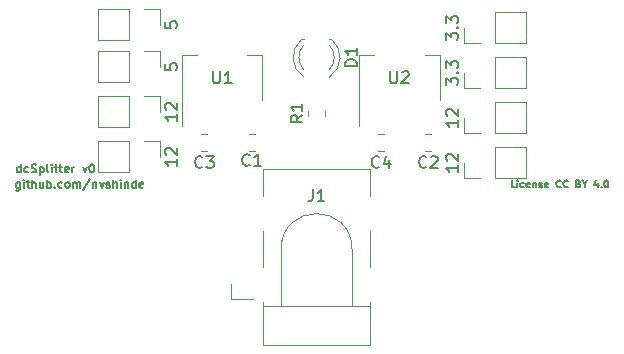
<source format=gto>
%TF.GenerationSoftware,KiCad,Pcbnew,(5.1.9)-1*%
%TF.CreationDate,2021-04-18T11:45:05+05:30*%
%TF.ProjectId,dcSplitter,64635370-6c69-4747-9465-722e6b696361,rev?*%
%TF.SameCoordinates,Original*%
%TF.FileFunction,Legend,Top*%
%TF.FilePolarity,Positive*%
%FSLAX46Y46*%
G04 Gerber Fmt 4.6, Leading zero omitted, Abs format (unit mm)*
G04 Created by KiCad (PCBNEW (5.1.9)-1) date 2021-04-18 11:45:05*
%MOMM*%
%LPD*%
G01*
G04 APERTURE LIST*
%ADD10C,0.150000*%
%ADD11C,0.120000*%
G04 APERTURE END LIST*
D10*
X151300000Y-30271428D02*
X151014285Y-30271428D01*
X151014285Y-29671428D01*
X151500000Y-30271428D02*
X151500000Y-29871428D01*
X151500000Y-29671428D02*
X151471428Y-29700000D01*
X151500000Y-29728571D01*
X151528571Y-29700000D01*
X151500000Y-29671428D01*
X151500000Y-29728571D01*
X152042857Y-30242857D02*
X151985714Y-30271428D01*
X151871428Y-30271428D01*
X151814285Y-30242857D01*
X151785714Y-30214285D01*
X151757142Y-30157142D01*
X151757142Y-29985714D01*
X151785714Y-29928571D01*
X151814285Y-29900000D01*
X151871428Y-29871428D01*
X151985714Y-29871428D01*
X152042857Y-29900000D01*
X152528571Y-30242857D02*
X152471428Y-30271428D01*
X152357142Y-30271428D01*
X152300000Y-30242857D01*
X152271428Y-30185714D01*
X152271428Y-29957142D01*
X152300000Y-29900000D01*
X152357142Y-29871428D01*
X152471428Y-29871428D01*
X152528571Y-29900000D01*
X152557142Y-29957142D01*
X152557142Y-30014285D01*
X152271428Y-30071428D01*
X152814285Y-29871428D02*
X152814285Y-30271428D01*
X152814285Y-29928571D02*
X152842857Y-29900000D01*
X152900000Y-29871428D01*
X152985714Y-29871428D01*
X153042857Y-29900000D01*
X153071428Y-29957142D01*
X153071428Y-30271428D01*
X153328571Y-30242857D02*
X153385714Y-30271428D01*
X153500000Y-30271428D01*
X153557142Y-30242857D01*
X153585714Y-30185714D01*
X153585714Y-30157142D01*
X153557142Y-30100000D01*
X153500000Y-30071428D01*
X153414285Y-30071428D01*
X153357142Y-30042857D01*
X153328571Y-29985714D01*
X153328571Y-29957142D01*
X153357142Y-29900000D01*
X153414285Y-29871428D01*
X153500000Y-29871428D01*
X153557142Y-29900000D01*
X154071428Y-30242857D02*
X154014285Y-30271428D01*
X153900000Y-30271428D01*
X153842857Y-30242857D01*
X153814285Y-30185714D01*
X153814285Y-29957142D01*
X153842857Y-29900000D01*
X153900000Y-29871428D01*
X154014285Y-29871428D01*
X154071428Y-29900000D01*
X154100000Y-29957142D01*
X154100000Y-30014285D01*
X153814285Y-30071428D01*
X155157142Y-30214285D02*
X155128571Y-30242857D01*
X155042857Y-30271428D01*
X154985714Y-30271428D01*
X154900000Y-30242857D01*
X154842857Y-30185714D01*
X154814285Y-30128571D01*
X154785714Y-30014285D01*
X154785714Y-29928571D01*
X154814285Y-29814285D01*
X154842857Y-29757142D01*
X154900000Y-29700000D01*
X154985714Y-29671428D01*
X155042857Y-29671428D01*
X155128571Y-29700000D01*
X155157142Y-29728571D01*
X155757142Y-30214285D02*
X155728571Y-30242857D01*
X155642857Y-30271428D01*
X155585714Y-30271428D01*
X155500000Y-30242857D01*
X155442857Y-30185714D01*
X155414285Y-30128571D01*
X155385714Y-30014285D01*
X155385714Y-29928571D01*
X155414285Y-29814285D01*
X155442857Y-29757142D01*
X155500000Y-29700000D01*
X155585714Y-29671428D01*
X155642857Y-29671428D01*
X155728571Y-29700000D01*
X155757142Y-29728571D01*
X156671428Y-29957142D02*
X156757142Y-29985714D01*
X156785714Y-30014285D01*
X156814285Y-30071428D01*
X156814285Y-30157142D01*
X156785714Y-30214285D01*
X156757142Y-30242857D01*
X156700000Y-30271428D01*
X156471428Y-30271428D01*
X156471428Y-29671428D01*
X156671428Y-29671428D01*
X156728571Y-29700000D01*
X156757142Y-29728571D01*
X156785714Y-29785714D01*
X156785714Y-29842857D01*
X156757142Y-29900000D01*
X156728571Y-29928571D01*
X156671428Y-29957142D01*
X156471428Y-29957142D01*
X157185714Y-29985714D02*
X157185714Y-30271428D01*
X156985714Y-29671428D02*
X157185714Y-29985714D01*
X157385714Y-29671428D01*
X158300000Y-29871428D02*
X158300000Y-30271428D01*
X158157142Y-29642857D02*
X158014285Y-30071428D01*
X158385714Y-30071428D01*
X158614285Y-30214285D02*
X158642857Y-30242857D01*
X158614285Y-30271428D01*
X158585714Y-30242857D01*
X158614285Y-30214285D01*
X158614285Y-30271428D01*
X159014285Y-29671428D02*
X159071428Y-29671428D01*
X159128571Y-29700000D01*
X159157142Y-29728571D01*
X159185714Y-29785714D01*
X159214285Y-29900000D01*
X159214285Y-30042857D01*
X159185714Y-30157142D01*
X159157142Y-30214285D01*
X159128571Y-30242857D01*
X159071428Y-30271428D01*
X159014285Y-30271428D01*
X158957142Y-30242857D01*
X158928571Y-30214285D01*
X158900000Y-30157142D01*
X158871428Y-30042857D01*
X158871428Y-29900000D01*
X158900000Y-29785714D01*
X158928571Y-29728571D01*
X158957142Y-29700000D01*
X159014285Y-29671428D01*
X109364166Y-29850000D02*
X109364166Y-30416666D01*
X109330833Y-30483333D01*
X109297500Y-30516666D01*
X109230833Y-30550000D01*
X109130833Y-30550000D01*
X109064166Y-30516666D01*
X109364166Y-30283333D02*
X109297500Y-30316666D01*
X109164166Y-30316666D01*
X109097500Y-30283333D01*
X109064166Y-30250000D01*
X109030833Y-30183333D01*
X109030833Y-29983333D01*
X109064166Y-29916666D01*
X109097500Y-29883333D01*
X109164166Y-29850000D01*
X109297500Y-29850000D01*
X109364166Y-29883333D01*
X109697500Y-30316666D02*
X109697500Y-29850000D01*
X109697500Y-29616666D02*
X109664166Y-29650000D01*
X109697500Y-29683333D01*
X109730833Y-29650000D01*
X109697500Y-29616666D01*
X109697500Y-29683333D01*
X109930833Y-29850000D02*
X110197500Y-29850000D01*
X110030833Y-29616666D02*
X110030833Y-30216666D01*
X110064166Y-30283333D01*
X110130833Y-30316666D01*
X110197500Y-30316666D01*
X110430833Y-30316666D02*
X110430833Y-29616666D01*
X110730833Y-30316666D02*
X110730833Y-29950000D01*
X110697500Y-29883333D01*
X110630833Y-29850000D01*
X110530833Y-29850000D01*
X110464166Y-29883333D01*
X110430833Y-29916666D01*
X111364166Y-29850000D02*
X111364166Y-30316666D01*
X111064166Y-29850000D02*
X111064166Y-30216666D01*
X111097500Y-30283333D01*
X111164166Y-30316666D01*
X111264166Y-30316666D01*
X111330833Y-30283333D01*
X111364166Y-30250000D01*
X111697500Y-30316666D02*
X111697500Y-29616666D01*
X111697500Y-29883333D02*
X111764166Y-29850000D01*
X111897500Y-29850000D01*
X111964166Y-29883333D01*
X111997500Y-29916666D01*
X112030833Y-29983333D01*
X112030833Y-30183333D01*
X111997500Y-30250000D01*
X111964166Y-30283333D01*
X111897500Y-30316666D01*
X111764166Y-30316666D01*
X111697500Y-30283333D01*
X112330833Y-30250000D02*
X112364166Y-30283333D01*
X112330833Y-30316666D01*
X112297500Y-30283333D01*
X112330833Y-30250000D01*
X112330833Y-30316666D01*
X112964166Y-30283333D02*
X112897500Y-30316666D01*
X112764166Y-30316666D01*
X112697500Y-30283333D01*
X112664166Y-30250000D01*
X112630833Y-30183333D01*
X112630833Y-29983333D01*
X112664166Y-29916666D01*
X112697500Y-29883333D01*
X112764166Y-29850000D01*
X112897500Y-29850000D01*
X112964166Y-29883333D01*
X113364166Y-30316666D02*
X113297500Y-30283333D01*
X113264166Y-30250000D01*
X113230833Y-30183333D01*
X113230833Y-29983333D01*
X113264166Y-29916666D01*
X113297500Y-29883333D01*
X113364166Y-29850000D01*
X113464166Y-29850000D01*
X113530833Y-29883333D01*
X113564166Y-29916666D01*
X113597500Y-29983333D01*
X113597500Y-30183333D01*
X113564166Y-30250000D01*
X113530833Y-30283333D01*
X113464166Y-30316666D01*
X113364166Y-30316666D01*
X113897500Y-30316666D02*
X113897500Y-29850000D01*
X113897500Y-29916666D02*
X113930833Y-29883333D01*
X113997500Y-29850000D01*
X114097500Y-29850000D01*
X114164166Y-29883333D01*
X114197500Y-29950000D01*
X114197500Y-30316666D01*
X114197500Y-29950000D02*
X114230833Y-29883333D01*
X114297500Y-29850000D01*
X114397500Y-29850000D01*
X114464166Y-29883333D01*
X114497500Y-29950000D01*
X114497500Y-30316666D01*
X115330833Y-29583333D02*
X114730833Y-30483333D01*
X115564166Y-29850000D02*
X115564166Y-30316666D01*
X115564166Y-29916666D02*
X115597500Y-29883333D01*
X115664166Y-29850000D01*
X115764166Y-29850000D01*
X115830833Y-29883333D01*
X115864166Y-29950000D01*
X115864166Y-30316666D01*
X116130833Y-29850000D02*
X116297500Y-30316666D01*
X116464166Y-29850000D01*
X116697500Y-30283333D02*
X116764166Y-30316666D01*
X116897500Y-30316666D01*
X116964166Y-30283333D01*
X116997500Y-30216666D01*
X116997500Y-30183333D01*
X116964166Y-30116666D01*
X116897500Y-30083333D01*
X116797500Y-30083333D01*
X116730833Y-30050000D01*
X116697500Y-29983333D01*
X116697500Y-29950000D01*
X116730833Y-29883333D01*
X116797500Y-29850000D01*
X116897500Y-29850000D01*
X116964166Y-29883333D01*
X117297500Y-30316666D02*
X117297500Y-29616666D01*
X117597500Y-30316666D02*
X117597500Y-29950000D01*
X117564166Y-29883333D01*
X117497500Y-29850000D01*
X117397500Y-29850000D01*
X117330833Y-29883333D01*
X117297500Y-29916666D01*
X117930833Y-30316666D02*
X117930833Y-29850000D01*
X117930833Y-29616666D02*
X117897500Y-29650000D01*
X117930833Y-29683333D01*
X117964166Y-29650000D01*
X117930833Y-29616666D01*
X117930833Y-29683333D01*
X118264166Y-29850000D02*
X118264166Y-30316666D01*
X118264166Y-29916666D02*
X118297500Y-29883333D01*
X118364166Y-29850000D01*
X118464166Y-29850000D01*
X118530833Y-29883333D01*
X118564166Y-29950000D01*
X118564166Y-30316666D01*
X119197500Y-30316666D02*
X119197500Y-29616666D01*
X119197500Y-30283333D02*
X119130833Y-30316666D01*
X118997500Y-30316666D01*
X118930833Y-30283333D01*
X118897500Y-30250000D01*
X118864166Y-30183333D01*
X118864166Y-29983333D01*
X118897500Y-29916666D01*
X118930833Y-29883333D01*
X118997500Y-29850000D01*
X119130833Y-29850000D01*
X119197500Y-29883333D01*
X119797500Y-30283333D02*
X119730833Y-30316666D01*
X119597500Y-30316666D01*
X119530833Y-30283333D01*
X119497500Y-30216666D01*
X119497500Y-29950000D01*
X119530833Y-29883333D01*
X119597500Y-29850000D01*
X119730833Y-29850000D01*
X119797500Y-29883333D01*
X119830833Y-29950000D01*
X119830833Y-30016666D01*
X119497500Y-30083333D01*
X109464166Y-29016666D02*
X109464166Y-28316666D01*
X109464166Y-28983333D02*
X109397500Y-29016666D01*
X109264166Y-29016666D01*
X109197500Y-28983333D01*
X109164166Y-28950000D01*
X109130833Y-28883333D01*
X109130833Y-28683333D01*
X109164166Y-28616666D01*
X109197500Y-28583333D01*
X109264166Y-28550000D01*
X109397500Y-28550000D01*
X109464166Y-28583333D01*
X110097500Y-28983333D02*
X110030833Y-29016666D01*
X109897500Y-29016666D01*
X109830833Y-28983333D01*
X109797500Y-28950000D01*
X109764166Y-28883333D01*
X109764166Y-28683333D01*
X109797500Y-28616666D01*
X109830833Y-28583333D01*
X109897500Y-28550000D01*
X110030833Y-28550000D01*
X110097500Y-28583333D01*
X110364166Y-28983333D02*
X110464166Y-29016666D01*
X110630833Y-29016666D01*
X110697500Y-28983333D01*
X110730833Y-28950000D01*
X110764166Y-28883333D01*
X110764166Y-28816666D01*
X110730833Y-28750000D01*
X110697500Y-28716666D01*
X110630833Y-28683333D01*
X110497500Y-28650000D01*
X110430833Y-28616666D01*
X110397500Y-28583333D01*
X110364166Y-28516666D01*
X110364166Y-28450000D01*
X110397500Y-28383333D01*
X110430833Y-28350000D01*
X110497500Y-28316666D01*
X110664166Y-28316666D01*
X110764166Y-28350000D01*
X111064166Y-28550000D02*
X111064166Y-29250000D01*
X111064166Y-28583333D02*
X111130833Y-28550000D01*
X111264166Y-28550000D01*
X111330833Y-28583333D01*
X111364166Y-28616666D01*
X111397500Y-28683333D01*
X111397500Y-28883333D01*
X111364166Y-28950000D01*
X111330833Y-28983333D01*
X111264166Y-29016666D01*
X111130833Y-29016666D01*
X111064166Y-28983333D01*
X111797500Y-29016666D02*
X111730833Y-28983333D01*
X111697500Y-28916666D01*
X111697500Y-28316666D01*
X112064166Y-29016666D02*
X112064166Y-28550000D01*
X112064166Y-28316666D02*
X112030833Y-28350000D01*
X112064166Y-28383333D01*
X112097500Y-28350000D01*
X112064166Y-28316666D01*
X112064166Y-28383333D01*
X112297500Y-28550000D02*
X112564166Y-28550000D01*
X112397500Y-28316666D02*
X112397500Y-28916666D01*
X112430833Y-28983333D01*
X112497500Y-29016666D01*
X112564166Y-29016666D01*
X112697500Y-28550000D02*
X112964166Y-28550000D01*
X112797500Y-28316666D02*
X112797500Y-28916666D01*
X112830833Y-28983333D01*
X112897500Y-29016666D01*
X112964166Y-29016666D01*
X113464166Y-28983333D02*
X113397500Y-29016666D01*
X113264166Y-29016666D01*
X113197500Y-28983333D01*
X113164166Y-28916666D01*
X113164166Y-28650000D01*
X113197500Y-28583333D01*
X113264166Y-28550000D01*
X113397500Y-28550000D01*
X113464166Y-28583333D01*
X113497500Y-28650000D01*
X113497500Y-28716666D01*
X113164166Y-28783333D01*
X113797500Y-29016666D02*
X113797500Y-28550000D01*
X113797500Y-28683333D02*
X113830833Y-28616666D01*
X113864166Y-28583333D01*
X113930833Y-28550000D01*
X113997500Y-28550000D01*
X114697500Y-28550000D02*
X114864166Y-29016666D01*
X115030833Y-28550000D01*
X115430833Y-28316666D02*
X115497500Y-28316666D01*
X115564166Y-28350000D01*
X115597500Y-28383333D01*
X115630833Y-28450000D01*
X115664166Y-28583333D01*
X115664166Y-28750000D01*
X115630833Y-28883333D01*
X115597500Y-28950000D01*
X115564166Y-28983333D01*
X115497500Y-29016666D01*
X115430833Y-29016666D01*
X115364166Y-28983333D01*
X115330833Y-28950000D01*
X115297500Y-28883333D01*
X115264166Y-28750000D01*
X115264166Y-28583333D01*
X115297500Y-28450000D01*
X115330833Y-28383333D01*
X115364166Y-28350000D01*
X115430833Y-28316666D01*
D11*
%TO.C,12*%
X147006000Y-29524000D02*
X147006000Y-28194000D01*
X148336000Y-29524000D02*
X147006000Y-29524000D01*
X149606000Y-29524000D02*
X149606000Y-26864000D01*
X149606000Y-26864000D02*
X152206000Y-26864000D01*
X149606000Y-29524000D02*
X152206000Y-29524000D01*
X152206000Y-29524000D02*
X152206000Y-26864000D01*
X147006000Y-25714000D02*
X147006000Y-24384000D01*
X148336000Y-25714000D02*
X147006000Y-25714000D01*
X149606000Y-25714000D02*
X149606000Y-23054000D01*
X149606000Y-23054000D02*
X152206000Y-23054000D01*
X149606000Y-25714000D02*
X152206000Y-25714000D01*
X152206000Y-25714000D02*
X152206000Y-23054000D01*
%TO.C,3.3*%
X147006000Y-21904000D02*
X147006000Y-20574000D01*
X148336000Y-21904000D02*
X147006000Y-21904000D01*
X149606000Y-21904000D02*
X149606000Y-19244000D01*
X149606000Y-19244000D02*
X152206000Y-19244000D01*
X149606000Y-21904000D02*
X152206000Y-21904000D01*
X152206000Y-21904000D02*
X152206000Y-19244000D01*
X147006000Y-18094000D02*
X147006000Y-16764000D01*
X148336000Y-18094000D02*
X147006000Y-18094000D01*
X149606000Y-18094000D02*
X149606000Y-15434000D01*
X149606000Y-15434000D02*
X152206000Y-15434000D01*
X149606000Y-18094000D02*
X152206000Y-18094000D01*
X152206000Y-18094000D02*
X152206000Y-15434000D01*
%TO.C,5*%
X121218000Y-15180000D02*
X121218000Y-16510000D01*
X119888000Y-15180000D02*
X121218000Y-15180000D01*
X118618000Y-15180000D02*
X118618000Y-17840000D01*
X118618000Y-17840000D02*
X116018000Y-17840000D01*
X118618000Y-15180000D02*
X116018000Y-15180000D01*
X116018000Y-15180000D02*
X116018000Y-17840000D01*
X121218000Y-18736000D02*
X121218000Y-20066000D01*
X119888000Y-18736000D02*
X121218000Y-18736000D01*
X118618000Y-18736000D02*
X118618000Y-21396000D01*
X118618000Y-21396000D02*
X116018000Y-21396000D01*
X118618000Y-18736000D02*
X116018000Y-18736000D01*
X116018000Y-18736000D02*
X116018000Y-21396000D01*
%TO.C,12*%
X121218000Y-22546000D02*
X121218000Y-23876000D01*
X119888000Y-22546000D02*
X121218000Y-22546000D01*
X118618000Y-22546000D02*
X118618000Y-25206000D01*
X118618000Y-25206000D02*
X116018000Y-25206000D01*
X118618000Y-22546000D02*
X116018000Y-22546000D01*
X116018000Y-22546000D02*
X116018000Y-25206000D01*
X121218000Y-26356000D02*
X121218000Y-27686000D01*
X119888000Y-26356000D02*
X121218000Y-26356000D01*
X118618000Y-26356000D02*
X118618000Y-29016000D01*
X118618000Y-29016000D02*
X116018000Y-29016000D01*
X118618000Y-26356000D02*
X116018000Y-26356000D01*
X116018000Y-26356000D02*
X116018000Y-29016000D01*
%TO.C,C1*%
X128738748Y-27235000D02*
X129261252Y-27235000D01*
X128738748Y-25765000D02*
X129261252Y-25765000D01*
%TO.C,C2*%
X144223752Y-27235000D02*
X143701248Y-27235000D01*
X144223752Y-25765000D02*
X143701248Y-25765000D01*
%TO.C,C3*%
X125261252Y-25765000D02*
X124738748Y-25765000D01*
X125261252Y-27235000D02*
X124738748Y-27235000D01*
%TO.C,C4*%
X140223752Y-27235000D02*
X139701248Y-27235000D01*
X140223752Y-25765000D02*
X139701248Y-25765000D01*
%TO.C,D1*%
X135736000Y-17710000D02*
X135580000Y-17710000D01*
X133420000Y-17710000D02*
X133264000Y-17710000D01*
X135578608Y-20942335D02*
G75*
G03*
X135735516Y-17710000I-1078608J1672335D01*
G01*
X133421392Y-20942335D02*
G75*
G02*
X133264484Y-17710000I1078608J1672335D01*
G01*
X135579837Y-20311130D02*
G75*
G03*
X135580000Y-18229039I-1079837J1041130D01*
G01*
X133420163Y-20311130D02*
G75*
G02*
X133420000Y-18229039I1079837J1041130D01*
G01*
%TO.C,J1*%
X127240000Y-39760000D02*
X129140000Y-39760000D01*
X127240000Y-38420000D02*
X127240000Y-39760000D01*
X129940000Y-43610000D02*
X129940000Y-40000000D01*
X139060000Y-28690000D02*
X129940000Y-28690000D01*
X129940000Y-37000000D02*
X129940000Y-34000000D01*
X129940000Y-31000000D02*
X129940000Y-28690000D01*
X139060000Y-31000000D02*
X139060000Y-28690000D01*
X139060000Y-37000000D02*
X139060000Y-34000000D01*
X139060000Y-43610000D02*
X139060000Y-40000000D01*
X139060000Y-43610000D02*
X129940000Y-43610000D01*
X139060000Y-40300000D02*
X129940000Y-40300000D01*
X131500000Y-40300000D02*
X131500000Y-35500000D01*
X137500000Y-40300000D02*
X137500000Y-35500000D01*
X131500000Y-35500000D02*
G75*
G02*
X137500000Y-35500000I3000000J0D01*
G01*
%TO.C,R1*%
X133765000Y-24227064D02*
X133765000Y-23772936D01*
X135235000Y-24227064D02*
X135235000Y-23772936D01*
%TO.C,U1*%
X129910000Y-19090000D02*
X128650000Y-19090000D01*
X123090000Y-19090000D02*
X124350000Y-19090000D01*
X129910000Y-22850000D02*
X129910000Y-19090000D01*
X123090000Y-25100000D02*
X123090000Y-19090000D01*
%TO.C,U2*%
X138090000Y-25100000D02*
X138090000Y-19090000D01*
X144910000Y-22850000D02*
X144910000Y-19090000D01*
X138090000Y-19090000D02*
X139350000Y-19090000D01*
X144910000Y-19090000D02*
X143650000Y-19090000D01*
%TO.C,12*%
D10*
X146458380Y-28384476D02*
X146458380Y-28955904D01*
X146458380Y-28670190D02*
X145458380Y-28670190D01*
X145601238Y-28765428D01*
X145696476Y-28860666D01*
X145744095Y-28955904D01*
X145553619Y-28003523D02*
X145506000Y-27955904D01*
X145458380Y-27860666D01*
X145458380Y-27622571D01*
X145506000Y-27527333D01*
X145553619Y-27479714D01*
X145648857Y-27432095D01*
X145744095Y-27432095D01*
X145886952Y-27479714D01*
X146458380Y-28051142D01*
X146458380Y-27432095D01*
X146458380Y-24574476D02*
X146458380Y-25145904D01*
X146458380Y-24860190D02*
X145458380Y-24860190D01*
X145601238Y-24955428D01*
X145696476Y-25050666D01*
X145744095Y-25145904D01*
X145553619Y-24193523D02*
X145506000Y-24145904D01*
X145458380Y-24050666D01*
X145458380Y-23812571D01*
X145506000Y-23717333D01*
X145553619Y-23669714D01*
X145648857Y-23622095D01*
X145744095Y-23622095D01*
X145886952Y-23669714D01*
X146458380Y-24241142D01*
X146458380Y-23622095D01*
%TO.C,3.3*%
X145458380Y-21621619D02*
X145458380Y-21002571D01*
X145839333Y-21335904D01*
X145839333Y-21193047D01*
X145886952Y-21097809D01*
X145934571Y-21050190D01*
X146029809Y-21002571D01*
X146267904Y-21002571D01*
X146363142Y-21050190D01*
X146410761Y-21097809D01*
X146458380Y-21193047D01*
X146458380Y-21478761D01*
X146410761Y-21574000D01*
X146363142Y-21621619D01*
X146363142Y-20574000D02*
X146410761Y-20526380D01*
X146458380Y-20574000D01*
X146410761Y-20621619D01*
X146363142Y-20574000D01*
X146458380Y-20574000D01*
X145458380Y-20193047D02*
X145458380Y-19574000D01*
X145839333Y-19907333D01*
X145839333Y-19764476D01*
X145886952Y-19669238D01*
X145934571Y-19621619D01*
X146029809Y-19574000D01*
X146267904Y-19574000D01*
X146363142Y-19621619D01*
X146410761Y-19669238D01*
X146458380Y-19764476D01*
X146458380Y-20050190D01*
X146410761Y-20145428D01*
X146363142Y-20193047D01*
X145458380Y-17811619D02*
X145458380Y-17192571D01*
X145839333Y-17525904D01*
X145839333Y-17383047D01*
X145886952Y-17287809D01*
X145934571Y-17240190D01*
X146029809Y-17192571D01*
X146267904Y-17192571D01*
X146363142Y-17240190D01*
X146410761Y-17287809D01*
X146458380Y-17383047D01*
X146458380Y-17668761D01*
X146410761Y-17764000D01*
X146363142Y-17811619D01*
X146363142Y-16764000D02*
X146410761Y-16716380D01*
X146458380Y-16764000D01*
X146410761Y-16811619D01*
X146363142Y-16764000D01*
X146458380Y-16764000D01*
X145458380Y-16383047D02*
X145458380Y-15764000D01*
X145839333Y-16097333D01*
X145839333Y-15954476D01*
X145886952Y-15859238D01*
X145934571Y-15811619D01*
X146029809Y-15764000D01*
X146267904Y-15764000D01*
X146363142Y-15811619D01*
X146410761Y-15859238D01*
X146458380Y-15954476D01*
X146458380Y-16240190D01*
X146410761Y-16335428D01*
X146363142Y-16383047D01*
%TO.C,5*%
X121670380Y-16271904D02*
X121670380Y-16748095D01*
X122146571Y-16795714D01*
X122098952Y-16748095D01*
X122051333Y-16652857D01*
X122051333Y-16414761D01*
X122098952Y-16319523D01*
X122146571Y-16271904D01*
X122241809Y-16224285D01*
X122479904Y-16224285D01*
X122575142Y-16271904D01*
X122622761Y-16319523D01*
X122670380Y-16414761D01*
X122670380Y-16652857D01*
X122622761Y-16748095D01*
X122575142Y-16795714D01*
X121670380Y-19827904D02*
X121670380Y-20304095D01*
X122146571Y-20351714D01*
X122098952Y-20304095D01*
X122051333Y-20208857D01*
X122051333Y-19970761D01*
X122098952Y-19875523D01*
X122146571Y-19827904D01*
X122241809Y-19780285D01*
X122479904Y-19780285D01*
X122575142Y-19827904D01*
X122622761Y-19875523D01*
X122670380Y-19970761D01*
X122670380Y-20208857D01*
X122622761Y-20304095D01*
X122575142Y-20351714D01*
%TO.C,12*%
X122670380Y-24066476D02*
X122670380Y-24637904D01*
X122670380Y-24352190D02*
X121670380Y-24352190D01*
X121813238Y-24447428D01*
X121908476Y-24542666D01*
X121956095Y-24637904D01*
X121765619Y-23685523D02*
X121718000Y-23637904D01*
X121670380Y-23542666D01*
X121670380Y-23304571D01*
X121718000Y-23209333D01*
X121765619Y-23161714D01*
X121860857Y-23114095D01*
X121956095Y-23114095D01*
X122098952Y-23161714D01*
X122670380Y-23733142D01*
X122670380Y-23114095D01*
X122670380Y-27876476D02*
X122670380Y-28447904D01*
X122670380Y-28162190D02*
X121670380Y-28162190D01*
X121813238Y-28257428D01*
X121908476Y-28352666D01*
X121956095Y-28447904D01*
X121765619Y-27495523D02*
X121718000Y-27447904D01*
X121670380Y-27352666D01*
X121670380Y-27114571D01*
X121718000Y-27019333D01*
X121765619Y-26971714D01*
X121860857Y-26924095D01*
X121956095Y-26924095D01*
X122098952Y-26971714D01*
X122670380Y-27543142D01*
X122670380Y-26924095D01*
%TO.C,C1*%
X128833333Y-28357142D02*
X128785714Y-28404761D01*
X128642857Y-28452380D01*
X128547619Y-28452380D01*
X128404761Y-28404761D01*
X128309523Y-28309523D01*
X128261904Y-28214285D01*
X128214285Y-28023809D01*
X128214285Y-27880952D01*
X128261904Y-27690476D01*
X128309523Y-27595238D01*
X128404761Y-27500000D01*
X128547619Y-27452380D01*
X128642857Y-27452380D01*
X128785714Y-27500000D01*
X128833333Y-27547619D01*
X129785714Y-28452380D02*
X129214285Y-28452380D01*
X129500000Y-28452380D02*
X129500000Y-27452380D01*
X129404761Y-27595238D01*
X129309523Y-27690476D01*
X129214285Y-27738095D01*
%TO.C,C2*%
X143795833Y-28537142D02*
X143748214Y-28584761D01*
X143605357Y-28632380D01*
X143510119Y-28632380D01*
X143367261Y-28584761D01*
X143272023Y-28489523D01*
X143224404Y-28394285D01*
X143176785Y-28203809D01*
X143176785Y-28060952D01*
X143224404Y-27870476D01*
X143272023Y-27775238D01*
X143367261Y-27680000D01*
X143510119Y-27632380D01*
X143605357Y-27632380D01*
X143748214Y-27680000D01*
X143795833Y-27727619D01*
X144176785Y-27727619D02*
X144224404Y-27680000D01*
X144319642Y-27632380D01*
X144557738Y-27632380D01*
X144652976Y-27680000D01*
X144700595Y-27727619D01*
X144748214Y-27822857D01*
X144748214Y-27918095D01*
X144700595Y-28060952D01*
X144129166Y-28632380D01*
X144748214Y-28632380D01*
%TO.C,C3*%
X124833333Y-28537142D02*
X124785714Y-28584761D01*
X124642857Y-28632380D01*
X124547619Y-28632380D01*
X124404761Y-28584761D01*
X124309523Y-28489523D01*
X124261904Y-28394285D01*
X124214285Y-28203809D01*
X124214285Y-28060952D01*
X124261904Y-27870476D01*
X124309523Y-27775238D01*
X124404761Y-27680000D01*
X124547619Y-27632380D01*
X124642857Y-27632380D01*
X124785714Y-27680000D01*
X124833333Y-27727619D01*
X125166666Y-27632380D02*
X125785714Y-27632380D01*
X125452380Y-28013333D01*
X125595238Y-28013333D01*
X125690476Y-28060952D01*
X125738095Y-28108571D01*
X125785714Y-28203809D01*
X125785714Y-28441904D01*
X125738095Y-28537142D01*
X125690476Y-28584761D01*
X125595238Y-28632380D01*
X125309523Y-28632380D01*
X125214285Y-28584761D01*
X125166666Y-28537142D01*
%TO.C,C4*%
X139795833Y-28537142D02*
X139748214Y-28584761D01*
X139605357Y-28632380D01*
X139510119Y-28632380D01*
X139367261Y-28584761D01*
X139272023Y-28489523D01*
X139224404Y-28394285D01*
X139176785Y-28203809D01*
X139176785Y-28060952D01*
X139224404Y-27870476D01*
X139272023Y-27775238D01*
X139367261Y-27680000D01*
X139510119Y-27632380D01*
X139605357Y-27632380D01*
X139748214Y-27680000D01*
X139795833Y-27727619D01*
X140652976Y-27965714D02*
X140652976Y-28632380D01*
X140414880Y-27584761D02*
X140176785Y-28299047D01*
X140795833Y-28299047D01*
%TO.C,D1*%
X137912380Y-20008095D02*
X136912380Y-20008095D01*
X136912380Y-19770000D01*
X136960000Y-19627142D01*
X137055238Y-19531904D01*
X137150476Y-19484285D01*
X137340952Y-19436666D01*
X137483809Y-19436666D01*
X137674285Y-19484285D01*
X137769523Y-19531904D01*
X137864761Y-19627142D01*
X137912380Y-19770000D01*
X137912380Y-20008095D01*
X137912380Y-18484285D02*
X137912380Y-19055714D01*
X137912380Y-18770000D02*
X136912380Y-18770000D01*
X137055238Y-18865238D01*
X137150476Y-18960476D01*
X137198095Y-19055714D01*
%TO.C,J1*%
X134166666Y-30452380D02*
X134166666Y-31166666D01*
X134119047Y-31309523D01*
X134023809Y-31404761D01*
X133880952Y-31452380D01*
X133785714Y-31452380D01*
X135166666Y-31452380D02*
X134595238Y-31452380D01*
X134880952Y-31452380D02*
X134880952Y-30452380D01*
X134785714Y-30595238D01*
X134690476Y-30690476D01*
X134595238Y-30738095D01*
%TO.C,R1*%
X133302380Y-24166666D02*
X132826190Y-24500000D01*
X133302380Y-24738095D02*
X132302380Y-24738095D01*
X132302380Y-24357142D01*
X132350000Y-24261904D01*
X132397619Y-24214285D01*
X132492857Y-24166666D01*
X132635714Y-24166666D01*
X132730952Y-24214285D01*
X132778571Y-24261904D01*
X132826190Y-24357142D01*
X132826190Y-24738095D01*
X133302380Y-23214285D02*
X133302380Y-23785714D01*
X133302380Y-23500000D02*
X132302380Y-23500000D01*
X132445238Y-23595238D01*
X132540476Y-23690476D01*
X132588095Y-23785714D01*
%TO.C,U1*%
X125738095Y-20452380D02*
X125738095Y-21261904D01*
X125785714Y-21357142D01*
X125833333Y-21404761D01*
X125928571Y-21452380D01*
X126119047Y-21452380D01*
X126214285Y-21404761D01*
X126261904Y-21357142D01*
X126309523Y-21261904D01*
X126309523Y-20452380D01*
X127309523Y-21452380D02*
X126738095Y-21452380D01*
X127023809Y-21452380D02*
X127023809Y-20452380D01*
X126928571Y-20595238D01*
X126833333Y-20690476D01*
X126738095Y-20738095D01*
%TO.C,U2*%
X140738095Y-20452380D02*
X140738095Y-21261904D01*
X140785714Y-21357142D01*
X140833333Y-21404761D01*
X140928571Y-21452380D01*
X141119047Y-21452380D01*
X141214285Y-21404761D01*
X141261904Y-21357142D01*
X141309523Y-21261904D01*
X141309523Y-20452380D01*
X141738095Y-20547619D02*
X141785714Y-20500000D01*
X141880952Y-20452380D01*
X142119047Y-20452380D01*
X142214285Y-20500000D01*
X142261904Y-20547619D01*
X142309523Y-20642857D01*
X142309523Y-20738095D01*
X142261904Y-20880952D01*
X141690476Y-21452380D01*
X142309523Y-21452380D01*
%TD*%
M02*

</source>
